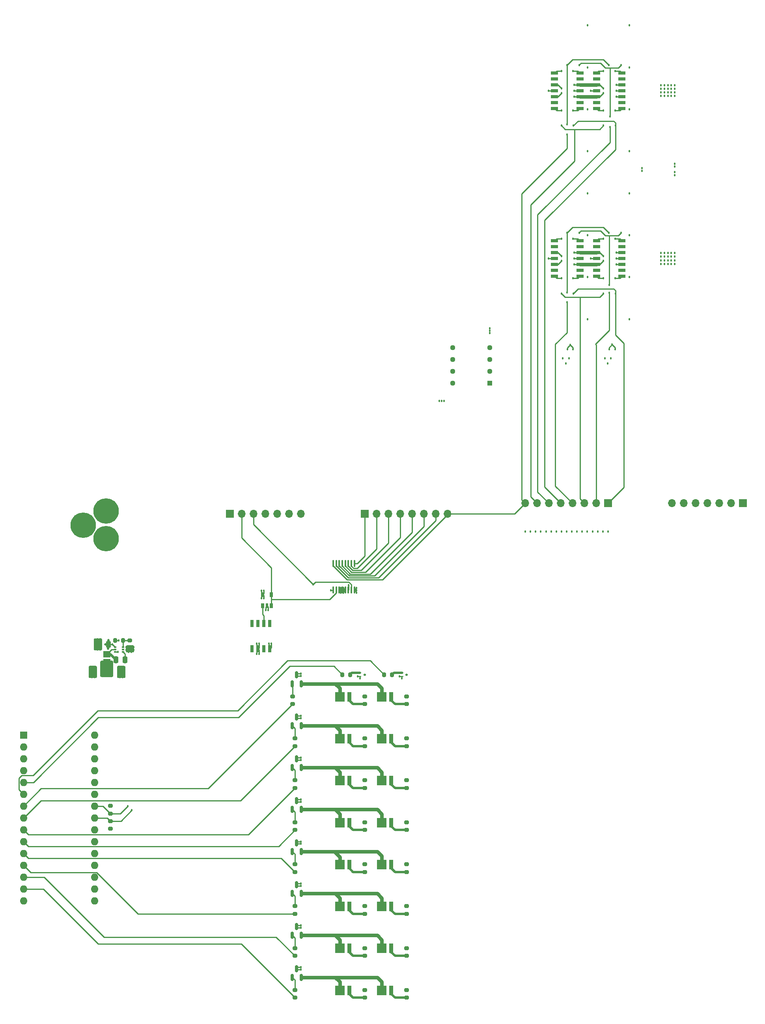
<source format=gtl>
%TF.GenerationSoftware,KiCad,Pcbnew,(6.0.5)*%
%TF.CreationDate,2022-07-12T00:37:25-04:00*%
%TF.ProjectId,grouped,67726f75-7065-4642-9e6b-696361645f70,rev?*%
%TF.SameCoordinates,Original*%
%TF.FileFunction,Copper,L1,Top*%
%TF.FilePolarity,Positive*%
%FSLAX46Y46*%
G04 Gerber Fmt 4.6, Leading zero omitted, Abs format (unit mm)*
G04 Created by KiCad (PCBNEW (6.0.5)) date 2022-07-12 00:37:25*
%MOMM*%
%LPD*%
G01*
G04 APERTURE LIST*
G04 Aperture macros list*
%AMRoundRect*
0 Rectangle with rounded corners*
0 $1 Rounding radius*
0 $2 $3 $4 $5 $6 $7 $8 $9 X,Y pos of 4 corners*
0 Add a 4 corners polygon primitive as box body*
4,1,4,$2,$3,$4,$5,$6,$7,$8,$9,$2,$3,0*
0 Add four circle primitives for the rounded corners*
1,1,$1+$1,$2,$3*
1,1,$1+$1,$4,$5*
1,1,$1+$1,$6,$7*
1,1,$1+$1,$8,$9*
0 Add four rect primitives between the rounded corners*
20,1,$1+$1,$2,$3,$4,$5,0*
20,1,$1+$1,$4,$5,$6,$7,0*
20,1,$1+$1,$6,$7,$8,$9,0*
20,1,$1+$1,$8,$9,$2,$3,0*%
G04 Aperture macros list end*
%TA.AperFunction,SMDPad,CuDef*%
%ADD10RoundRect,0.200000X0.275000X-0.200000X0.275000X0.200000X-0.275000X0.200000X-0.275000X-0.200000X0*%
%TD*%
%TA.AperFunction,SMDPad,CuDef*%
%ADD11RoundRect,0.250000X-0.250000X-0.475000X0.250000X-0.475000X0.250000X0.475000X-0.250000X0.475000X0*%
%TD*%
%TA.AperFunction,ComponentPad*%
%ADD12R,1.700000X1.700000*%
%TD*%
%TA.AperFunction,ComponentPad*%
%ADD13O,1.700000X1.700000*%
%TD*%
%TA.AperFunction,SMDPad,CuDef*%
%ADD14R,2.120000X2.100000*%
%TD*%
%TA.AperFunction,SMDPad,CuDef*%
%ADD15R,0.920000X2.100000*%
%TD*%
%TA.AperFunction,SMDPad,CuDef*%
%ADD16RoundRect,0.200000X-0.275000X0.200000X-0.275000X-0.200000X0.275000X-0.200000X0.275000X0.200000X0*%
%TD*%
%TA.AperFunction,SMDPad,CuDef*%
%ADD17RoundRect,0.250000X0.250000X0.475000X-0.250000X0.475000X-0.250000X-0.475000X0.250000X-0.475000X0*%
%TD*%
%TA.AperFunction,SMDPad,CuDef*%
%ADD18R,1.525000X0.700000*%
%TD*%
%TA.AperFunction,SMDPad,CuDef*%
%ADD19RoundRect,0.100000X-0.100000X0.637500X-0.100000X-0.637500X0.100000X-0.637500X0.100000X0.637500X0*%
%TD*%
%TA.AperFunction,SMDPad,CuDef*%
%ADD20R,0.520000X0.270000*%
%TD*%
%TA.AperFunction,SMDPad,CuDef*%
%ADD21R,0.520000X0.360000*%
%TD*%
%TA.AperFunction,SMDPad,CuDef*%
%ADD22RoundRect,0.150000X0.150000X-0.587500X0.150000X0.587500X-0.150000X0.587500X-0.150000X-0.587500X0*%
%TD*%
%TA.AperFunction,SMDPad,CuDef*%
%ADD23R,1.650000X1.450000*%
%TD*%
%TA.AperFunction,SMDPad,CuDef*%
%ADD24R,0.800000X1.000000*%
%TD*%
%TA.AperFunction,SMDPad,CuDef*%
%ADD25R,0.600000X1.000000*%
%TD*%
%TA.AperFunction,SMDPad,CuDef*%
%ADD26RoundRect,0.200000X0.200000X0.275000X-0.200000X0.275000X-0.200000X-0.275000X0.200000X-0.275000X0*%
%TD*%
%TA.AperFunction,ComponentPad*%
%ADD27R,1.600000X1.600000*%
%TD*%
%TA.AperFunction,ComponentPad*%
%ADD28O,1.600000X1.600000*%
%TD*%
%TA.AperFunction,SMDPad,CuDef*%
%ADD29R,0.492000X0.300000*%
%TD*%
%TA.AperFunction,ComponentPad*%
%ADD30R,1.130000X1.130000*%
%TD*%
%TA.AperFunction,ComponentPad*%
%ADD31C,1.130000*%
%TD*%
%TA.AperFunction,ComponentPad*%
%ADD32C,5.460000*%
%TD*%
%TA.AperFunction,SMDPad,CuDef*%
%ADD33R,0.650000X1.525000*%
%TD*%
%TA.AperFunction,ViaPad*%
%ADD34C,0.457200*%
%TD*%
%TA.AperFunction,ViaPad*%
%ADD35C,0.457000*%
%TD*%
%TA.AperFunction,Conductor*%
%ADD36C,0.254000*%
%TD*%
%TA.AperFunction,Conductor*%
%ADD37C,0.762000*%
%TD*%
%TA.AperFunction,Conductor*%
%ADD38C,0.508000*%
%TD*%
G04 APERTURE END LIST*
D10*
X204750000Y-234925000D03*
X204750000Y-233275000D03*
D11*
X198250000Y-234100000D03*
X200150000Y-234100000D03*
D12*
X255200000Y-206100000D03*
D13*
X257740000Y-206100000D03*
X260280000Y-206100000D03*
X262820000Y-206100000D03*
X265360000Y-206100000D03*
X267900000Y-206100000D03*
X270440000Y-206100000D03*
X272980000Y-206100000D03*
D14*
X258875000Y-272340000D03*
D15*
X260895000Y-272340000D03*
D14*
X258875000Y-263340000D03*
D15*
X260895000Y-263340000D03*
D16*
X255200000Y-299275000D03*
X255200000Y-300925000D03*
X240200000Y-263275000D03*
X240200000Y-264925000D03*
D11*
X201800000Y-237400000D03*
X203700000Y-237400000D03*
D16*
X264200000Y-299275000D03*
X264200000Y-300925000D03*
D17*
X202500000Y-240000000D03*
X200600000Y-240000000D03*
D16*
X255200000Y-290275000D03*
X255200000Y-291925000D03*
X264200000Y-272275000D03*
X264200000Y-273925000D03*
D18*
X310383751Y-119110000D03*
X310383751Y-117840000D03*
X310383751Y-116570000D03*
X310383751Y-115300000D03*
X310383751Y-114030000D03*
X310383751Y-112760000D03*
X310383751Y-111490000D03*
X304959751Y-111490000D03*
X304959751Y-112760000D03*
X304959751Y-114030000D03*
X304959751Y-115300000D03*
X304959751Y-116570000D03*
X304959751Y-117840000D03*
X304959751Y-119110000D03*
D16*
X240200000Y-299275000D03*
X240200000Y-300925000D03*
X264200000Y-290275000D03*
X264200000Y-291925000D03*
X264200000Y-245275000D03*
X264200000Y-246925000D03*
D14*
X249875000Y-272340000D03*
D15*
X251895000Y-272340000D03*
D14*
X249875000Y-299340000D03*
D15*
X251895000Y-299340000D03*
D19*
X252975000Y-216737500D03*
X252325000Y-216737500D03*
X251675000Y-216737500D03*
X251025000Y-216737500D03*
X250375000Y-216737500D03*
X249725000Y-216737500D03*
X249075000Y-216737500D03*
X248425000Y-216737500D03*
X248425000Y-222462500D03*
X249075000Y-222462500D03*
X249725000Y-222462500D03*
X250375000Y-222462500D03*
X251025000Y-222462500D03*
X251675000Y-222462500D03*
X252325000Y-222462500D03*
X252975000Y-222462500D03*
D14*
X249875000Y-308340000D03*
D15*
X251895000Y-308340000D03*
D20*
X254210000Y-240200000D03*
X254210000Y-241000000D03*
D21*
X255190000Y-240600000D03*
D22*
X239630000Y-251537500D03*
X241530000Y-251537500D03*
X240580000Y-249662500D03*
D23*
X199800000Y-236200000D03*
X199800000Y-237900000D03*
D24*
X233250000Y-225800000D03*
D25*
X234200000Y-225800000D03*
D24*
X235150000Y-225800000D03*
X235150000Y-223400000D03*
X233250000Y-223400000D03*
D16*
X255200000Y-272275000D03*
X255200000Y-273925000D03*
D12*
X307421751Y-203800000D03*
D13*
X304881751Y-203800000D03*
X302341751Y-203800000D03*
X299801751Y-203800000D03*
X297261751Y-203800000D03*
X294721751Y-203800000D03*
X292181751Y-203800000D03*
X289641751Y-203800000D03*
D16*
X240200000Y-290275000D03*
X240200000Y-291925000D03*
D14*
X249875000Y-263340000D03*
D15*
X251895000Y-263340000D03*
D22*
X239630000Y-287537500D03*
X241530000Y-287537500D03*
X240580000Y-285662500D03*
D16*
X240200000Y-254275000D03*
X240200000Y-255925000D03*
X240200000Y-281275000D03*
X240200000Y-282925000D03*
X200600000Y-272000000D03*
X200600000Y-273650000D03*
D18*
X301383751Y-119110000D03*
X301383751Y-117840000D03*
X301383751Y-116570000D03*
X301383751Y-115300000D03*
X301383751Y-114030000D03*
X301383751Y-112760000D03*
X301383751Y-111490000D03*
X295959751Y-111490000D03*
X295959751Y-112760000D03*
X295959751Y-114030000D03*
X295959751Y-115300000D03*
X295959751Y-116570000D03*
X295959751Y-117840000D03*
X295959751Y-119110000D03*
D22*
X239630000Y-260537500D03*
X241530000Y-260537500D03*
X240580000Y-258662500D03*
D26*
X261025000Y-240600000D03*
X259375000Y-240600000D03*
D22*
X239630000Y-269537500D03*
X241530000Y-269537500D03*
X240580000Y-267662500D03*
D14*
X249875000Y-281340000D03*
D15*
X251895000Y-281340000D03*
D10*
X200600000Y-270425000D03*
X200600000Y-268775000D03*
D22*
X239630000Y-305537500D03*
X241530000Y-305537500D03*
X240580000Y-303662500D03*
D26*
X252025000Y-240600000D03*
X250375000Y-240600000D03*
D12*
X336421751Y-203800000D03*
D13*
X333881751Y-203800000D03*
X331341751Y-203800000D03*
X328801751Y-203800000D03*
X326261751Y-203800000D03*
X323721751Y-203800000D03*
X321181751Y-203800000D03*
D16*
X240200000Y-272275000D03*
X240200000Y-273925000D03*
D14*
X258875000Y-254340000D03*
D15*
X260895000Y-254340000D03*
D18*
X310383751Y-155110000D03*
X310383751Y-153840000D03*
X310383751Y-152570000D03*
X310383751Y-151300000D03*
X310383751Y-150030000D03*
X310383751Y-148760000D03*
X310383751Y-147490000D03*
X304959751Y-147490000D03*
X304959751Y-148760000D03*
X304959751Y-150030000D03*
X304959751Y-151300000D03*
X304959751Y-152570000D03*
X304959751Y-153840000D03*
X304959751Y-155110000D03*
D14*
X249875000Y-254340000D03*
D15*
X251895000Y-254340000D03*
D14*
X258875000Y-281340000D03*
D15*
X260895000Y-281340000D03*
D20*
X263210000Y-240200000D03*
X263210000Y-241000000D03*
D21*
X264190000Y-240600000D03*
D11*
X197100000Y-240000000D03*
X199000000Y-240000000D03*
D16*
X255200000Y-263275000D03*
X255200000Y-264925000D03*
D14*
X258875000Y-290340000D03*
D15*
X260895000Y-290340000D03*
D14*
X258875000Y-245340000D03*
D15*
X260895000Y-245340000D03*
D16*
X255200000Y-254275000D03*
X255200000Y-255925000D03*
X264200000Y-281275000D03*
X264200000Y-282925000D03*
D14*
X249875000Y-290340000D03*
D15*
X251895000Y-290340000D03*
D16*
X264200000Y-263275000D03*
X264200000Y-264925000D03*
D27*
X181935028Y-253550000D03*
D28*
X181935028Y-256090000D03*
X181935028Y-258630000D03*
X181935028Y-261170000D03*
X181935028Y-263710000D03*
X181935028Y-266250000D03*
X181935028Y-268790000D03*
X181935028Y-271330000D03*
X181935028Y-273870000D03*
X181935028Y-276410000D03*
X181935028Y-278950000D03*
X181935028Y-281490000D03*
X181935028Y-284030000D03*
X181935028Y-286570000D03*
X181935028Y-289110000D03*
X197175028Y-289110000D03*
X197175028Y-286570000D03*
X197175028Y-284030000D03*
X197175028Y-281490000D03*
X197175028Y-278950000D03*
X197175028Y-276410000D03*
X197175028Y-273870000D03*
X197175028Y-271330000D03*
X197175028Y-268790000D03*
X197175028Y-266250000D03*
X197175028Y-263710000D03*
X197175028Y-261170000D03*
X197175028Y-258630000D03*
X197175028Y-256090000D03*
X197175028Y-253550000D03*
D14*
X258875000Y-308340000D03*
D15*
X260895000Y-308340000D03*
D16*
X255200000Y-281275000D03*
X255200000Y-282925000D03*
D26*
X203275000Y-233300000D03*
X201625000Y-233300000D03*
D29*
X201632000Y-234700000D03*
X201632000Y-235200000D03*
X201632000Y-235700000D03*
X203300000Y-235700000D03*
X203300000Y-235200000D03*
X203300000Y-234700000D03*
D16*
X255200000Y-245275000D03*
X255200000Y-246925000D03*
D12*
X226200000Y-206100000D03*
D13*
X228740000Y-206100000D03*
X231280000Y-206100000D03*
X233820000Y-206100000D03*
X236360000Y-206100000D03*
X238900000Y-206100000D03*
X241440000Y-206100000D03*
D30*
X282021751Y-178020000D03*
D31*
X282021751Y-175480000D03*
X282021751Y-172940000D03*
X282021751Y-170400000D03*
X274081751Y-170400000D03*
X274081751Y-172940000D03*
X274081751Y-175480000D03*
X274081751Y-178020000D03*
D22*
X239630000Y-242537500D03*
X241530000Y-242537500D03*
X240580000Y-240662500D03*
D32*
X199620000Y-211450000D03*
X194720000Y-208500000D03*
X199620000Y-205450000D03*
D16*
X240200000Y-308275000D03*
X240200000Y-309925000D03*
D14*
X249875000Y-245340000D03*
D15*
X251895000Y-245340000D03*
D16*
X255200000Y-308275000D03*
X255200000Y-309925000D03*
X264200000Y-254275000D03*
X264200000Y-255925000D03*
D22*
X239630000Y-296537500D03*
X241530000Y-296537500D03*
X240580000Y-294662500D03*
D18*
X301383751Y-155110000D03*
X301383751Y-153840000D03*
X301383751Y-152570000D03*
X301383751Y-151300000D03*
X301383751Y-150030000D03*
X301383751Y-148760000D03*
X301383751Y-147490000D03*
X295959751Y-147490000D03*
X295959751Y-148760000D03*
X295959751Y-150030000D03*
X295959751Y-151300000D03*
X295959751Y-152570000D03*
X295959751Y-153840000D03*
X295959751Y-155110000D03*
D33*
X230995000Y-235012000D03*
X232265000Y-235012000D03*
X233535000Y-235012000D03*
X234805000Y-235012000D03*
X234805000Y-229588000D03*
X233535000Y-229588000D03*
X232265000Y-229588000D03*
X230995000Y-229588000D03*
D22*
X239630000Y-278537500D03*
X241530000Y-278537500D03*
X240580000Y-276662500D03*
D16*
X239700000Y-245275000D03*
X239700000Y-246925000D03*
D14*
X258875000Y-299340000D03*
D15*
X260895000Y-299340000D03*
D16*
X264200000Y-308275000D03*
X264200000Y-309925000D03*
D34*
X197200000Y-238900000D03*
X204000000Y-234700000D03*
X205600000Y-235300000D03*
X234617500Y-233970500D03*
X197800000Y-235200000D03*
X203600000Y-239300000D03*
X203200000Y-241100000D03*
X196600000Y-241100000D03*
X197400000Y-233600000D03*
X234455000Y-226700000D03*
X197200000Y-241100000D03*
X233955000Y-226700000D03*
X202600000Y-241100000D03*
X250055000Y-222000000D03*
X196200000Y-240100000D03*
X196200000Y-239500000D03*
X203600000Y-239900000D03*
X250655000Y-222000000D03*
X197400000Y-234800000D03*
X203600000Y-240500000D03*
X202600000Y-238900000D03*
X262655000Y-241000000D03*
X247955000Y-222500000D03*
X198400000Y-235200000D03*
X250655000Y-222500000D03*
X196600000Y-238900000D03*
X250055000Y-222500000D03*
X263155000Y-241400000D03*
X204000000Y-235300000D03*
X205100000Y-235700000D03*
X250055000Y-223000000D03*
X197400000Y-234200000D03*
X254155000Y-241400000D03*
X203200000Y-238900000D03*
X253655000Y-241000000D03*
X197800000Y-233000000D03*
X202200000Y-235700000D03*
X196200000Y-240700000D03*
X250655000Y-223000000D03*
X204500000Y-235700000D03*
X205600000Y-234700000D03*
X235117500Y-233970500D03*
X198400000Y-233000000D03*
X244100000Y-221200000D03*
X205200000Y-269700000D03*
X204300000Y-268800000D03*
X251700000Y-221400000D03*
X241455000Y-294400000D03*
X241455000Y-240900000D03*
X199200000Y-239000000D03*
X241455000Y-249400000D03*
X200600000Y-273700000D03*
X202400000Y-233300000D03*
X253455000Y-222500000D03*
X241455000Y-276400000D03*
X241455000Y-303400000D03*
X253455000Y-222000000D03*
X199800000Y-239600000D03*
X241455000Y-267900000D03*
X241455000Y-303900000D03*
X253455000Y-223000000D03*
X241455000Y-258900000D03*
X241455000Y-240400000D03*
X241455000Y-285900000D03*
X241455000Y-285400000D03*
X199800000Y-239000000D03*
X241455000Y-249900000D03*
X241455000Y-267400000D03*
X198600000Y-239000000D03*
X200400000Y-239000000D03*
X199800000Y-240200000D03*
X201000000Y-239000000D03*
X241455000Y-294900000D03*
X241455000Y-276900000D03*
X200600000Y-268800000D03*
X241455000Y-258400000D03*
X255255000Y-245300000D03*
X255255000Y-290300000D03*
X255255000Y-281300000D03*
X255255000Y-263300000D03*
X255255000Y-272300000D03*
X255255000Y-299300000D03*
X255255000Y-254300000D03*
X255255000Y-308300000D03*
X255155000Y-240600000D03*
D35*
X308921751Y-170800000D03*
X308321751Y-169800000D03*
X307721751Y-170800000D03*
D34*
X309171751Y-115300000D03*
X309171751Y-151300000D03*
D35*
X299284251Y-169804627D03*
X299884251Y-170804627D03*
X298684251Y-170804627D03*
D34*
X300171751Y-151300000D03*
X300171751Y-115300000D03*
X264255000Y-263300000D03*
X264255000Y-299300000D03*
X264255000Y-254300000D03*
X264255000Y-245300000D03*
X264255000Y-272300000D03*
X264255000Y-308300000D03*
X264155000Y-240600000D03*
X264255000Y-290300000D03*
X264255000Y-281300000D03*
X200150000Y-233200000D03*
X233500000Y-222600000D03*
X232517500Y-233970500D03*
X233000000Y-224200000D03*
X201000000Y-234100000D03*
X232517500Y-236170500D03*
X233000000Y-222600000D03*
X200100000Y-235000000D03*
X232017500Y-236170500D03*
X232017500Y-233970500D03*
X199500000Y-234100000D03*
X233500000Y-224200000D03*
D35*
X300021751Y-158800000D03*
X309021751Y-158800000D03*
X307721751Y-158700000D03*
X310221751Y-145800000D03*
X307721751Y-157000000D03*
X301221751Y-145800000D03*
X297421751Y-158800000D03*
X306421751Y-158800000D03*
X298621751Y-160700000D03*
X307621751Y-145800000D03*
X298621751Y-158600000D03*
X298621751Y-145800000D03*
X300021751Y-122800000D03*
X309021751Y-122800000D03*
X301221751Y-109800000D03*
X307821751Y-120800000D03*
X307821751Y-123100000D03*
X310221751Y-109800000D03*
X297421751Y-122800000D03*
X306421751Y-122800000D03*
X298621751Y-124700000D03*
X298621751Y-109800000D03*
X298621751Y-122500000D03*
X307621751Y-109800000D03*
D34*
X312021751Y-110300000D03*
X321721751Y-131600000D03*
X299651751Y-209900000D03*
X303021751Y-128300000D03*
D35*
X271721751Y-181900000D03*
D34*
X290771751Y-209900000D03*
X300761751Y-209900000D03*
X303021751Y-164300000D03*
X312021751Y-101300000D03*
X303021751Y-155300000D03*
D35*
X281996751Y-167265000D03*
D34*
X303021751Y-119300000D03*
X312021751Y-137300000D03*
X296321751Y-209900000D03*
X291881751Y-209900000D03*
D35*
X272221751Y-181900000D03*
D34*
X303021751Y-146300000D03*
X303021751Y-137300000D03*
X297431751Y-209900000D03*
X314696751Y-132500000D03*
X298541751Y-209900000D03*
X304091751Y-209900000D03*
X306311751Y-209900000D03*
X312021751Y-119300000D03*
X303021751Y-101300000D03*
X294101751Y-209900000D03*
X312021751Y-128300000D03*
X302981751Y-209900000D03*
X303021751Y-110300000D03*
X301871751Y-209900000D03*
X312021751Y-164300000D03*
X312021751Y-155300000D03*
D35*
X281996751Y-166765000D03*
D34*
X289661751Y-209900000D03*
X321721751Y-131000000D03*
D35*
X271221751Y-181900000D03*
D34*
X314696751Y-131900000D03*
D35*
X281996751Y-166265000D03*
D34*
X295211751Y-209900000D03*
X307421751Y-209900000D03*
X305201751Y-209900000D03*
X292991751Y-209900000D03*
X312021751Y-146300000D03*
X306721751Y-172750000D03*
X321721751Y-132800000D03*
X308021751Y-172750000D03*
X297740501Y-172750000D03*
X321721751Y-133400000D03*
X298390501Y-173850000D03*
X307371751Y-173850000D03*
X299040501Y-172750000D03*
X320271751Y-114900000D03*
X321021751Y-115700000D03*
X306421751Y-150800000D03*
X306421751Y-115800000D03*
X320271751Y-150900000D03*
X321021751Y-116450000D03*
X318771751Y-116450000D03*
X300171751Y-116550000D03*
X320271751Y-115700000D03*
X300171751Y-152550000D03*
X297421751Y-151800000D03*
X321771751Y-115700000D03*
X320271751Y-152450000D03*
X320271751Y-116450000D03*
X318771751Y-114100000D03*
X321021751Y-151700000D03*
X320271751Y-114100000D03*
X309171751Y-116550000D03*
X321771751Y-114100000D03*
X309171751Y-152550000D03*
X309171751Y-114050000D03*
X319521751Y-116450000D03*
X321021751Y-150900000D03*
X321021751Y-152450000D03*
X319521751Y-115700000D03*
X318771751Y-114900000D03*
X321021751Y-150100000D03*
X318771751Y-115700000D03*
X309171751Y-150050000D03*
X321021751Y-114100000D03*
X319521751Y-114900000D03*
X318771751Y-152450000D03*
X321771751Y-152450000D03*
X300171751Y-114050000D03*
X319521751Y-150100000D03*
X321021751Y-114900000D03*
X318771751Y-150900000D03*
X297421751Y-150800000D03*
X319521751Y-151700000D03*
X321771751Y-150900000D03*
X320271751Y-151700000D03*
X318771751Y-150100000D03*
X319521751Y-152450000D03*
X306421751Y-151800000D03*
X321771751Y-114900000D03*
X297421751Y-114800000D03*
X319521751Y-114100000D03*
X297421751Y-115800000D03*
X321771751Y-150100000D03*
X320271751Y-150100000D03*
X318771751Y-151700000D03*
X306421751Y-114800000D03*
X319521751Y-150900000D03*
X300171751Y-150050000D03*
X321771751Y-116450000D03*
X321771751Y-151700000D03*
X304959751Y-153840000D03*
D35*
X309921751Y-117800000D03*
X310383751Y-112760000D03*
D34*
X304959751Y-117840000D03*
D35*
X301383751Y-148760000D03*
X301383751Y-112760000D03*
D34*
X295959751Y-117840000D03*
X295959751Y-112760000D03*
D35*
X300921751Y-117800000D03*
D34*
X295959751Y-148760000D03*
D35*
X300921751Y-153800000D03*
D34*
X295959751Y-153840000D03*
X304959751Y-112760000D03*
X304959751Y-148760000D03*
D35*
X310383751Y-148760000D03*
X309921751Y-153800000D03*
D34*
X299921751Y-155550000D03*
X299921751Y-147050000D03*
X297421751Y-147050000D03*
X297421751Y-155550000D03*
X299921751Y-119550000D03*
X299921751Y-111050000D03*
X297421751Y-111050000D03*
X297421751Y-119550000D03*
X308921751Y-155550000D03*
X308921751Y-147050000D03*
X306421751Y-147050000D03*
X306421751Y-155550000D03*
X308921751Y-119550000D03*
X308921751Y-111050000D03*
X306421751Y-111050000D03*
X306421751Y-119550000D03*
X303671751Y-151300000D03*
X294671751Y-151300000D03*
X303671751Y-115300000D03*
X294671751Y-115300000D03*
D36*
X287341751Y-206100000D02*
X289641751Y-203800000D01*
X272980000Y-206100000D02*
X287341751Y-206100000D01*
X249762500Y-222500000D02*
X249725000Y-222462500D01*
X263155000Y-241055000D02*
X263210000Y-241000000D01*
X250655000Y-222500000D02*
X250412500Y-222500000D01*
X234617500Y-234877500D02*
X234822500Y-235082500D01*
X254155000Y-241055000D02*
X254210000Y-241000000D01*
X250337500Y-222500000D02*
X250375000Y-222462500D01*
X250055000Y-222500000D02*
X250337500Y-222500000D01*
X250655000Y-222092500D02*
X251025000Y-222462500D01*
X202200000Y-235700000D02*
X201632000Y-235700000D01*
X250655000Y-223000000D02*
X250655000Y-222742500D01*
X248387500Y-222500000D02*
X248425000Y-222462500D01*
X235117500Y-234787500D02*
X234822500Y-235082500D01*
X254155000Y-241400000D02*
X254155000Y-241055000D01*
X247955000Y-222500000D02*
X248387500Y-222500000D01*
X250412500Y-222500000D02*
X250375000Y-222462500D01*
X250055000Y-222132500D02*
X249725000Y-222462500D01*
X250655000Y-222000000D02*
X250655000Y-222092500D01*
X234455000Y-226700000D02*
X234455000Y-226055000D01*
X233955000Y-226700000D02*
X233955000Y-226045000D01*
X250655000Y-222500000D02*
X250987500Y-222500000D01*
X234455000Y-226055000D02*
X234200000Y-225800000D01*
X250055000Y-222142500D02*
X250375000Y-222462500D01*
X235117500Y-233970500D02*
X235117500Y-234787500D01*
X250055000Y-223000000D02*
X250055000Y-222792500D01*
X233955000Y-226045000D02*
X234200000Y-225800000D01*
X250987500Y-222500000D02*
X251025000Y-222462500D01*
X262655000Y-241000000D02*
X263210000Y-241000000D01*
X250655000Y-222000000D02*
X250655000Y-222182500D01*
X234617500Y-233970500D02*
X234617500Y-234877500D01*
X263155000Y-241400000D02*
X263155000Y-241055000D01*
X253655000Y-241000000D02*
X254210000Y-241000000D01*
X250655000Y-223000000D02*
X250655000Y-222832500D01*
X250655000Y-222832500D02*
X251025000Y-222462500D01*
X250655000Y-222742500D02*
X250375000Y-222462500D01*
X250055000Y-222000000D02*
X250055000Y-222142500D01*
X250055000Y-222000000D02*
X250055000Y-222132500D01*
X250655000Y-222182500D02*
X250375000Y-222462500D01*
X250055000Y-222782500D02*
X250375000Y-222462500D01*
X250055000Y-222792500D02*
X249725000Y-222462500D01*
X250055000Y-222500000D02*
X249762500Y-222500000D01*
X250055000Y-223000000D02*
X250055000Y-222782500D01*
X248575000Y-238800000D02*
X250375000Y-240600000D01*
X228100000Y-249800000D02*
X239100000Y-238800000D01*
X181935028Y-263710000D02*
X184090000Y-263710000D01*
X184090000Y-263710000D02*
X198000000Y-249800000D01*
X239100000Y-238800000D02*
X248575000Y-238800000D01*
X198000000Y-249800000D02*
X228100000Y-249800000D01*
X181935028Y-268790000D02*
X185725028Y-265000000D01*
X221625000Y-265000000D02*
X239700000Y-246925000D01*
X185725028Y-265000000D02*
X221625000Y-265000000D01*
X181935028Y-271330000D02*
X185665028Y-267600000D01*
X185665028Y-267600000D02*
X228525000Y-267600000D01*
X228525000Y-267600000D02*
X240200000Y-255925000D01*
X230239589Y-274885411D02*
X240200000Y-264925000D01*
X181935028Y-273870000D02*
X182950439Y-274885411D01*
X182950439Y-274885411D02*
X230239589Y-274885411D01*
X182950439Y-277425411D02*
X236699589Y-277425411D01*
X236699589Y-277425411D02*
X240200000Y-273925000D01*
X181935028Y-276410000D02*
X182950439Y-277425411D01*
X181935028Y-278950000D02*
X182950439Y-279965411D01*
X237240411Y-279965411D02*
X240200000Y-282925000D01*
X182950439Y-279965411D02*
X237240411Y-279965411D01*
X183459617Y-283014589D02*
X197595626Y-283014589D01*
X181935028Y-281490000D02*
X183459617Y-283014589D01*
X206506037Y-291925000D02*
X240200000Y-291925000D01*
X197595626Y-283014589D02*
X206506037Y-291925000D01*
X181935028Y-284030000D02*
X186330000Y-284030000D01*
X186330000Y-284030000D02*
X199200000Y-296900000D01*
X236175000Y-296900000D02*
X240200000Y-300925000D01*
X199200000Y-296900000D02*
X236175000Y-296900000D01*
X186170000Y-286570000D02*
X198000000Y-298400000D01*
X228675000Y-298400000D02*
X240200000Y-309925000D01*
X181935028Y-286570000D02*
X186170000Y-286570000D01*
X198000000Y-298400000D02*
X228675000Y-298400000D01*
X251755000Y-220700000D02*
X252325000Y-221270000D01*
X231280000Y-208380000D02*
X231280000Y-206100000D01*
X244100000Y-221200000D02*
X231280000Y-208380000D01*
X197175028Y-271330000D02*
X199930000Y-271330000D01*
X244100000Y-221200000D02*
X244600000Y-220700000D01*
X202900000Y-272000000D02*
X200600000Y-272000000D01*
X199930000Y-271330000D02*
X200600000Y-272000000D01*
X252325000Y-221270000D02*
X252325000Y-222462500D01*
X205200000Y-269700000D02*
X202900000Y-272000000D01*
X244600000Y-220700000D02*
X251755000Y-220700000D01*
X251700000Y-222437500D02*
X251675000Y-222462500D01*
X251700000Y-221400000D02*
X251700000Y-222437500D01*
X197175028Y-268790000D02*
X198965000Y-268790000D01*
X200600000Y-270425000D02*
X202675000Y-270425000D01*
X202675000Y-270425000D02*
X204300000Y-268800000D01*
X198965000Y-268790000D02*
X200600000Y-270425000D01*
X253437500Y-222000000D02*
X252975000Y-222462500D01*
X253455000Y-222500000D02*
X253012500Y-222500000D01*
X253012500Y-222500000D02*
X252975000Y-222462500D01*
X241455000Y-276900000D02*
X240817500Y-276900000D01*
X253455000Y-223000000D02*
X253455000Y-222942500D01*
X241455000Y-294900000D02*
X240817500Y-294900000D01*
X241455000Y-258400000D02*
X240842500Y-258400000D01*
X241455000Y-240400000D02*
X240842500Y-240400000D01*
X241455000Y-240900000D02*
X240817500Y-240900000D01*
X241455000Y-249400000D02*
X240842500Y-249400000D01*
X241455000Y-303400000D02*
X240842500Y-303400000D01*
X241455000Y-267400000D02*
X240842500Y-267400000D01*
X240842500Y-294400000D02*
X240580000Y-294662500D01*
X241455000Y-285900000D02*
X240817500Y-285900000D01*
X240817500Y-240900000D02*
X240580000Y-240662500D01*
X240817500Y-267900000D02*
X240580000Y-267662500D01*
X241455000Y-267900000D02*
X240817500Y-267900000D01*
X240842500Y-276400000D02*
X240580000Y-276662500D01*
X240842500Y-303400000D02*
X240580000Y-303662500D01*
X241455000Y-294400000D02*
X240842500Y-294400000D01*
X240817500Y-294900000D02*
X240580000Y-294662500D01*
X241455000Y-249900000D02*
X240817500Y-249900000D01*
X240842500Y-285400000D02*
X240580000Y-285662500D01*
X240842500Y-258400000D02*
X240580000Y-258662500D01*
X240842500Y-249400000D02*
X240580000Y-249662500D01*
X240842500Y-267400000D02*
X240580000Y-267662500D01*
X240842500Y-240400000D02*
X240580000Y-240662500D01*
X240817500Y-285900000D02*
X240580000Y-285662500D01*
X253455000Y-222942500D02*
X252975000Y-222462500D01*
X240817500Y-258900000D02*
X240580000Y-258662500D01*
X202400000Y-233300000D02*
X201625000Y-233300000D01*
X241455000Y-303900000D02*
X240817500Y-303900000D01*
X240817500Y-249900000D02*
X240580000Y-249662500D01*
X253455000Y-222000000D02*
X253437500Y-222000000D01*
X241455000Y-258900000D02*
X240817500Y-258900000D01*
X241455000Y-285400000D02*
X240842500Y-285400000D01*
X241455000Y-276400000D02*
X240842500Y-276400000D01*
X240817500Y-276900000D02*
X240580000Y-276662500D01*
X240817500Y-303900000D02*
X240580000Y-303662500D01*
D37*
X241530000Y-242537500D02*
X248884500Y-242537500D01*
X249875000Y-243528000D02*
X249875000Y-245340000D01*
X258875000Y-243528000D02*
X258875000Y-245340000D01*
X248884500Y-242537500D02*
X249875000Y-243528000D01*
X257884500Y-242537500D02*
X258875000Y-243528000D01*
X248884500Y-242537500D02*
X257884500Y-242537500D01*
D38*
X251895000Y-245340000D02*
X251895000Y-246139822D01*
X252680178Y-246925000D02*
X255200000Y-246925000D01*
X251895000Y-246139822D02*
X252680178Y-246925000D01*
X251895000Y-255139822D02*
X252680178Y-255925000D01*
X251895000Y-254340000D02*
X251895000Y-255139822D01*
X252680178Y-255925000D02*
X255200000Y-255925000D01*
D37*
X248884500Y-251537500D02*
X249875000Y-252528000D01*
X258875000Y-252528000D02*
X258875000Y-254340000D01*
X249875000Y-252528000D02*
X249875000Y-254340000D01*
X257884500Y-251537500D02*
X258875000Y-252528000D01*
X241530000Y-251537500D02*
X248884500Y-251537500D01*
X248884500Y-251537500D02*
X257884500Y-251537500D01*
D38*
X251895000Y-263340000D02*
X251895000Y-264139822D01*
X252680178Y-264925000D02*
X255200000Y-264925000D01*
X251895000Y-264139822D02*
X252680178Y-264925000D01*
X252680178Y-273925000D02*
X255200000Y-273925000D01*
X251895000Y-272340000D02*
X251895000Y-273139822D01*
X251895000Y-273139822D02*
X252680178Y-273925000D01*
D37*
X257884500Y-260537500D02*
X258875000Y-261528000D01*
X241530000Y-260537500D02*
X248884500Y-260537500D01*
X258875000Y-261528000D02*
X258875000Y-263340000D01*
X248884500Y-260537500D02*
X249875000Y-261528000D01*
X249875000Y-261528000D02*
X249875000Y-263340000D01*
X248884500Y-260537500D02*
X257884500Y-260537500D01*
D38*
X251895000Y-281340000D02*
X251895000Y-282139822D01*
X251895000Y-282139822D02*
X252680178Y-282925000D01*
X252680178Y-282925000D02*
X255200000Y-282925000D01*
X251895000Y-290340000D02*
X251895000Y-291139822D01*
X252680178Y-291925000D02*
X255200000Y-291925000D01*
X251895000Y-291139822D02*
X252680178Y-291925000D01*
D37*
X248884500Y-269537500D02*
X249875000Y-270528000D01*
X249875000Y-270528000D02*
X249875000Y-272340000D01*
X241530000Y-269537500D02*
X248884500Y-269537500D01*
X257884500Y-269537500D02*
X258875000Y-270528000D01*
X258875000Y-270528000D02*
X258875000Y-272340000D01*
X248884500Y-269537500D02*
X257884500Y-269537500D01*
D38*
X252680178Y-300925000D02*
X255200000Y-300925000D01*
X251895000Y-300139822D02*
X252680178Y-300925000D01*
X251895000Y-299340000D02*
X251895000Y-300139822D01*
X251895000Y-309139822D02*
X252680178Y-309925000D01*
X252680178Y-309925000D02*
X255200000Y-309925000D01*
X251895000Y-308340000D02*
X251895000Y-309139822D01*
D37*
X248692500Y-278537500D02*
X249875000Y-279720000D01*
X258875000Y-279528000D02*
X258875000Y-281340000D01*
X249875000Y-279720000D02*
X249875000Y-281340000D01*
X257884500Y-278537500D02*
X258875000Y-279528000D01*
X248692500Y-278537500D02*
X257884500Y-278537500D01*
X241530000Y-278537500D02*
X248692500Y-278537500D01*
D38*
X260895000Y-245340000D02*
X260895000Y-246139822D01*
X260895000Y-246139822D02*
X261680178Y-246925000D01*
X261680178Y-246925000D02*
X264200000Y-246925000D01*
X260895000Y-254340000D02*
X260895000Y-255139822D01*
X260895000Y-255139822D02*
X261680178Y-255925000D01*
X261680178Y-255925000D02*
X264200000Y-255925000D01*
D37*
X248884500Y-287537500D02*
X257884500Y-287537500D01*
X249875000Y-288528000D02*
X249875000Y-290340000D01*
X258875000Y-288528000D02*
X258875000Y-290340000D01*
X248884500Y-287537500D02*
X249875000Y-288528000D01*
X241530000Y-287537500D02*
X248884500Y-287537500D01*
X257884500Y-287537500D02*
X258875000Y-288528000D01*
D38*
X261680178Y-264925000D02*
X264200000Y-264925000D01*
X260895000Y-264139822D02*
X261680178Y-264925000D01*
X260895000Y-263340000D02*
X260895000Y-264139822D01*
X260895000Y-272340000D02*
X260895000Y-273139822D01*
X260895000Y-273139822D02*
X261680178Y-273925000D01*
X261680178Y-273925000D02*
X264200000Y-273925000D01*
D37*
X257884500Y-296537500D02*
X258875000Y-297528000D01*
X248884500Y-296537500D02*
X257884500Y-296537500D01*
X248617500Y-296537500D02*
X248884500Y-296537500D01*
X258875000Y-297528000D02*
X258875000Y-299340000D01*
X249875000Y-297528000D02*
X249875000Y-299340000D01*
X241530000Y-296537500D02*
X248617500Y-296537500D01*
X248884500Y-296537500D02*
X249875000Y-297528000D01*
D38*
X260895000Y-282139822D02*
X261680178Y-282925000D01*
X260895000Y-281340000D02*
X260895000Y-282139822D01*
X261680178Y-282925000D02*
X264200000Y-282925000D01*
X260895000Y-290340000D02*
X260895000Y-291139822D01*
X261680178Y-291925000D02*
X264200000Y-291925000D01*
X260895000Y-291139822D02*
X261680178Y-291925000D01*
D37*
X241530000Y-305537500D02*
X248884500Y-305537500D01*
X248884500Y-305537500D02*
X249875000Y-306528000D01*
X249875000Y-306528000D02*
X249875000Y-308340000D01*
X248884500Y-305537500D02*
X257884500Y-305537500D01*
X257884500Y-305537500D02*
X258875000Y-306528000D01*
X258875000Y-306528000D02*
X258875000Y-308340000D01*
D38*
X261680178Y-300925000D02*
X264200000Y-300925000D01*
X260895000Y-299340000D02*
X260895000Y-300139822D01*
X260895000Y-300139822D02*
X261680178Y-300925000D01*
X260895000Y-309139822D02*
X261680178Y-309925000D01*
X260895000Y-308340000D02*
X260895000Y-309139822D01*
X261680178Y-309925000D02*
X264200000Y-309925000D01*
D36*
X240200000Y-254275000D02*
X240200000Y-252107500D01*
X240200000Y-252107500D02*
X239630000Y-251537500D01*
X240200000Y-270107500D02*
X239630000Y-269537500D01*
X240200000Y-272275000D02*
X240200000Y-270107500D01*
X240200000Y-297107500D02*
X239630000Y-296537500D01*
X240200000Y-299275000D02*
X240200000Y-297107500D01*
D38*
X252025000Y-240600000D02*
X252425000Y-240200000D01*
X252425000Y-240200000D02*
X254210000Y-240200000D01*
D36*
X310383751Y-151300000D02*
X309171751Y-151300000D01*
X308921751Y-170400000D02*
X308321751Y-169800000D01*
X307721751Y-170400000D02*
X308321751Y-169800000D01*
X310383751Y-115300000D02*
X309171751Y-115300000D01*
X307721751Y-170800000D02*
X307721751Y-170400000D01*
X308921751Y-170800000D02*
X308921751Y-170400000D01*
X301383751Y-151300000D02*
X300171751Y-151300000D01*
X299884251Y-170804627D02*
X299884251Y-170404627D01*
X298684251Y-170804627D02*
X298684251Y-170404627D01*
X299884251Y-170404627D02*
X299284251Y-169804627D01*
X301383751Y-115300000D02*
X300171751Y-115300000D01*
X298684251Y-170404627D02*
X299284251Y-169804627D01*
X253617500Y-216737500D02*
X255200000Y-215155000D01*
X252975000Y-216737500D02*
X253617500Y-216737500D01*
X255200000Y-215155000D02*
X255200000Y-206100000D01*
X252325000Y-216737500D02*
X252325000Y-217325000D01*
X253600000Y-217800000D02*
X257740000Y-213660000D01*
X252800000Y-217800000D02*
X253600000Y-217800000D01*
X257740000Y-213660000D02*
X257740000Y-206100000D01*
X252325000Y-217325000D02*
X252800000Y-217800000D01*
X251675000Y-216737500D02*
X251675000Y-217271071D01*
X251675000Y-217271071D02*
X252603929Y-218200000D01*
X254455000Y-218200000D02*
X260280000Y-212375000D01*
X260280000Y-212375000D02*
X260280000Y-206100000D01*
X252603929Y-218200000D02*
X254455000Y-218200000D01*
X262820000Y-211180000D02*
X262820000Y-206100000D01*
X251025000Y-216737500D02*
X251025000Y-217271071D01*
X255400000Y-218600000D02*
X262820000Y-211180000D01*
X252353929Y-218600000D02*
X255400000Y-218600000D01*
X251025000Y-217271071D02*
X252353929Y-218600000D01*
X250375000Y-217271071D02*
X252103929Y-219000000D01*
X252103929Y-219000000D02*
X256400000Y-219000000D01*
X250375000Y-216737500D02*
X250375000Y-217271071D01*
X256400000Y-219000000D02*
X265360000Y-210040000D01*
X265360000Y-210040000D02*
X265360000Y-206100000D01*
X249725000Y-216737500D02*
X249725000Y-217271071D01*
X257300000Y-219400000D02*
X267900000Y-208800000D01*
X251853929Y-219400000D02*
X257300000Y-219400000D01*
X267900000Y-208800000D02*
X267900000Y-206100000D01*
X249725000Y-217271071D02*
X251853929Y-219400000D01*
X270440000Y-207560000D02*
X270440000Y-206100000D01*
X258200000Y-219800000D02*
X270440000Y-207560000D01*
X249075000Y-216737500D02*
X249075000Y-217271071D01*
X249075000Y-217271071D02*
X251603929Y-219800000D01*
X251603929Y-219800000D02*
X258200000Y-219800000D01*
X272980000Y-206220000D02*
X272980000Y-206100000D01*
X251353929Y-220200000D02*
X259000000Y-220200000D01*
X259000000Y-220200000D02*
X272980000Y-206220000D01*
X248425000Y-217271071D02*
X251353929Y-220200000D01*
X248425000Y-216737500D02*
X248425000Y-217271071D01*
X197900000Y-248300000D02*
X227900000Y-248300000D01*
X227900000Y-248300000D02*
X238600000Y-237600000D01*
X238600000Y-237600000D02*
X256375000Y-237600000D01*
X180919617Y-262780383D02*
X181500000Y-262200000D01*
X180919617Y-265234589D02*
X180919617Y-262780383D01*
X181935028Y-266250000D02*
X180919617Y-265234589D01*
X184000000Y-262200000D02*
X197900000Y-248300000D01*
X256375000Y-237600000D02*
X259375000Y-240600000D01*
X181500000Y-262200000D02*
X184000000Y-262200000D01*
X200800000Y-235200000D02*
X201632000Y-235200000D01*
D38*
X199800000Y-236200000D02*
X200600000Y-236200000D01*
X200600000Y-236200000D02*
X201800000Y-237400000D01*
D36*
X199800000Y-236200000D02*
X200800000Y-235200000D01*
X203700000Y-237400000D02*
X203700000Y-236100000D01*
X203700000Y-236100000D02*
X203300000Y-235700000D01*
X232017500Y-236170500D02*
X232017500Y-235347500D01*
X233500000Y-224200000D02*
X233500000Y-223650000D01*
X232017500Y-233970500D02*
X232017500Y-234817500D01*
D38*
X200100000Y-234150000D02*
X200150000Y-234100000D01*
D36*
X200150000Y-234100000D02*
X201032000Y-234100000D01*
X232017500Y-234817500D02*
X232282500Y-235082500D01*
X233500000Y-222600000D02*
X233500000Y-223150000D01*
X233000000Y-223650000D02*
X233250000Y-223400000D01*
X232517500Y-236170500D02*
X232517500Y-235317500D01*
X233000000Y-224200000D02*
X233000000Y-223650000D01*
X201032000Y-234100000D02*
X201632000Y-234700000D01*
X233000000Y-222600000D02*
X233000000Y-223150000D01*
D38*
X199500000Y-234100000D02*
X200150000Y-234100000D01*
D36*
X233000000Y-223150000D02*
X233250000Y-223400000D01*
X232517500Y-233970500D02*
X232517500Y-234847500D01*
X232517500Y-235317500D02*
X232282500Y-235082500D01*
X233500000Y-223650000D02*
X233250000Y-223400000D01*
X233500000Y-223150000D02*
X233250000Y-223400000D01*
X232017500Y-235347500D02*
X232282500Y-235082500D01*
D38*
X200150000Y-233200000D02*
X200150000Y-234100000D01*
D36*
X232517500Y-234847500D02*
X232282500Y-235082500D01*
D38*
X200100000Y-235000000D02*
X200100000Y-234150000D01*
D36*
X203275000Y-234675000D02*
X203300000Y-234700000D01*
X203275000Y-233300000D02*
X203275000Y-234675000D01*
X203275000Y-233300000D02*
X204725000Y-233300000D01*
X204725000Y-233300000D02*
X204750000Y-233275000D01*
X249075000Y-222996071D02*
X247621071Y-224450000D01*
X247621071Y-224450000D02*
X235150000Y-224450000D01*
X235150000Y-224450000D02*
X235150000Y-223400000D01*
X235150000Y-225800000D02*
X235150000Y-224450000D01*
X249075000Y-222462500D02*
X249075000Y-222996071D01*
X235150000Y-217650000D02*
X228740000Y-211240000D01*
X235150000Y-223400000D02*
X235150000Y-217650000D01*
X228740000Y-211240000D02*
X228740000Y-206100000D01*
X309021751Y-158800000D02*
X309021751Y-158200000D01*
X308621751Y-157800000D02*
X301021751Y-157800000D01*
X301021751Y-157800000D02*
X300021751Y-158800000D01*
X310821751Y-200400000D02*
X307421751Y-203800000D01*
X309021751Y-158800000D02*
X309021751Y-167700000D01*
X310821751Y-169500000D02*
X310821751Y-200400000D01*
X309021751Y-158200000D02*
X308621751Y-157800000D01*
X309021751Y-167700000D02*
X310821751Y-169500000D01*
X309621751Y-146400000D02*
X310221751Y-145800000D01*
X307721751Y-146400000D02*
X309621751Y-146400000D01*
X304881751Y-169860000D02*
X304881751Y-203800000D01*
X307721751Y-146400000D02*
X307721751Y-157000000D01*
X304721751Y-169700000D02*
X304881751Y-169860000D01*
X301621751Y-145400000D02*
X305821751Y-145400000D01*
X305821751Y-145400000D02*
X306821751Y-146400000D01*
X306821751Y-146400000D02*
X307721751Y-146400000D01*
X307721751Y-158700000D02*
X307721751Y-166700000D01*
X301221751Y-145800000D02*
X301621751Y-145400000D01*
X307721751Y-166700000D02*
X304721751Y-169700000D01*
X301421751Y-202880000D02*
X302341751Y-203800000D01*
X301421751Y-159600000D02*
X301421751Y-202880000D01*
X305621751Y-159600000D02*
X301421751Y-159600000D01*
X298221751Y-159600000D02*
X297421751Y-158800000D01*
X301421751Y-159600000D02*
X298221751Y-159600000D01*
X306421751Y-158800000D02*
X305621751Y-159600000D01*
X299821751Y-144600000D02*
X298621751Y-145800000D01*
X307621751Y-145800000D02*
X306421751Y-144600000D01*
X298621751Y-160700000D02*
X298621751Y-167200000D01*
X298621751Y-167200000D02*
X296121751Y-169700000D01*
X296121751Y-200120000D02*
X299801751Y-203800000D01*
X298621751Y-145800000D02*
X298621751Y-158600000D01*
X306421751Y-144600000D02*
X299821751Y-144600000D01*
X296121751Y-169700000D02*
X296121751Y-200120000D01*
X293821751Y-143100000D02*
X293821751Y-200360000D01*
X309021751Y-127900000D02*
X293821751Y-143100000D01*
X301021751Y-121800000D02*
X300021751Y-122800000D01*
X308621751Y-121800000D02*
X301021751Y-121800000D01*
X309021751Y-122800000D02*
X309021751Y-127900000D01*
X309021751Y-122800000D02*
X309021751Y-122200000D01*
X309021751Y-122200000D02*
X308621751Y-121800000D01*
X293821751Y-200360000D02*
X297261751Y-203800000D01*
X307821751Y-123100000D02*
X307821751Y-126400000D01*
X309621751Y-110400000D02*
X310221751Y-109800000D01*
X305821751Y-109400000D02*
X306821751Y-110400000D01*
X292321751Y-141900000D02*
X292321751Y-201400000D01*
X307821751Y-126400000D02*
X292321751Y-141900000D01*
X307821751Y-110400000D02*
X307821751Y-120800000D01*
X306821751Y-110400000D02*
X307821751Y-110400000D01*
X307821751Y-110400000D02*
X309621751Y-110400000D01*
X301621751Y-109400000D02*
X305821751Y-109400000D01*
X301221751Y-109800000D02*
X301621751Y-109400000D01*
X292321751Y-201400000D02*
X294721751Y-203800000D01*
X298221751Y-123600000D02*
X297421751Y-122800000D01*
X300221751Y-130400000D02*
X290821751Y-139800000D01*
X300221751Y-123600000D02*
X300221751Y-130400000D01*
X300221751Y-123600000D02*
X298221751Y-123600000D01*
X305621751Y-123600000D02*
X300221751Y-123600000D01*
X306421751Y-122800000D02*
X305621751Y-123600000D01*
X290821751Y-139800000D02*
X290821751Y-202440000D01*
X290821751Y-202440000D02*
X292181751Y-203800000D01*
X298621751Y-124700000D02*
X298621751Y-127700000D01*
X299821751Y-108600000D02*
X298621751Y-109800000D01*
X298621751Y-127700000D02*
X288921751Y-137400000D01*
X307621751Y-109800000D02*
X306421751Y-108600000D01*
X306421751Y-108600000D02*
X299821751Y-108600000D01*
X288921751Y-137400000D02*
X288921751Y-203080000D01*
X298621751Y-109800000D02*
X298621751Y-122500000D01*
X288921751Y-203080000D02*
X289641751Y-203800000D01*
X305651751Y-116570000D02*
X306421751Y-115800000D01*
X301383751Y-152570000D02*
X300191751Y-152570000D01*
D37*
X304959751Y-152570000D02*
X301383751Y-152570000D01*
D36*
X305651751Y-152570000D02*
X306421751Y-151800000D01*
X301383751Y-116570000D02*
X300191751Y-116570000D01*
X310383751Y-150030000D02*
X309191751Y-150030000D01*
X304959751Y-150030000D02*
X305651751Y-150030000D01*
X305651751Y-150030000D02*
X306421751Y-150800000D01*
D37*
X304959751Y-114030000D02*
X301383751Y-114030000D01*
D36*
X296651751Y-150030000D02*
X297421751Y-150800000D01*
D37*
X304959751Y-116570000D02*
X301383751Y-116570000D01*
D36*
X301383751Y-150030000D02*
X300191751Y-150030000D01*
X309191751Y-152570000D02*
X309171751Y-152550000D01*
X310383751Y-152570000D02*
X309191751Y-152570000D01*
X304959751Y-152570000D02*
X305651751Y-152570000D01*
X301383751Y-114030000D02*
X300191751Y-114030000D01*
X310383751Y-114030000D02*
X309191751Y-114030000D01*
X305651751Y-114030000D02*
X306421751Y-114800000D01*
D37*
X304959751Y-150030000D02*
X301383751Y-150030000D01*
D36*
X296651751Y-116570000D02*
X297421751Y-115800000D01*
X310383751Y-116570000D02*
X309191751Y-116570000D01*
X296651751Y-114030000D02*
X297421751Y-114800000D01*
X309191751Y-150030000D02*
X309171751Y-150050000D01*
X296651751Y-152570000D02*
X297421751Y-151800000D01*
X233535000Y-227935000D02*
X233535000Y-229588000D01*
X233250000Y-227650000D02*
X233535000Y-227935000D01*
X233250000Y-225800000D02*
X233250000Y-227650000D01*
X240200000Y-306107500D02*
X239630000Y-305537500D01*
X240200000Y-308275000D02*
X240200000Y-306107500D01*
X240200000Y-290275000D02*
X240200000Y-288107500D01*
X240200000Y-288107500D02*
X239630000Y-287537500D01*
X240200000Y-279107500D02*
X239630000Y-278537500D01*
X240200000Y-281275000D02*
X240200000Y-279107500D01*
X240200000Y-261107500D02*
X239630000Y-260537500D01*
X240200000Y-263275000D02*
X240200000Y-261107500D01*
D38*
X261425000Y-240200000D02*
X263210000Y-240200000D01*
X261025000Y-240600000D02*
X261425000Y-240200000D01*
D36*
X239700000Y-245275000D02*
X239700000Y-242607500D01*
X239700000Y-242607500D02*
X239630000Y-242537500D01*
X300943751Y-155550000D02*
X301383751Y-155110000D01*
X299921751Y-155550000D02*
X300943751Y-155550000D01*
X299921751Y-147050000D02*
X300943751Y-147050000D01*
X300943751Y-147050000D02*
X301383751Y-147490000D01*
X296399751Y-147050000D02*
X295959751Y-147490000D01*
X297421751Y-147050000D02*
X296399751Y-147050000D01*
X296399751Y-155550000D02*
X295959751Y-155110000D01*
X297421751Y-155550000D02*
X296399751Y-155550000D01*
X299921751Y-119550000D02*
X300943751Y-119550000D01*
X300943751Y-119550000D02*
X301383751Y-119110000D01*
X299921751Y-111050000D02*
X300943751Y-111050000D01*
X300943751Y-111050000D02*
X301383751Y-111490000D01*
X296399751Y-111050000D02*
X295959751Y-111490000D01*
X297421751Y-111050000D02*
X296399751Y-111050000D01*
X297421751Y-119550000D02*
X296399751Y-119550000D01*
X296399751Y-119550000D02*
X295959751Y-119110000D01*
X309943751Y-155550000D02*
X310383751Y-155110000D01*
X308921751Y-155550000D02*
X309943751Y-155550000D01*
X309943751Y-147050000D02*
X310383751Y-147490000D01*
X308921751Y-147050000D02*
X309943751Y-147050000D01*
X306421751Y-147050000D02*
X305399751Y-147050000D01*
X305399751Y-147050000D02*
X304959751Y-147490000D01*
X305399751Y-155550000D02*
X304959751Y-155110000D01*
X306421751Y-155550000D02*
X305399751Y-155550000D01*
X309943751Y-119550000D02*
X310383751Y-119110000D01*
X308921751Y-119550000D02*
X309943751Y-119550000D01*
X308921751Y-111050000D02*
X309943751Y-111050000D01*
X309943751Y-111050000D02*
X310383751Y-111490000D01*
X305399751Y-111050000D02*
X304959751Y-111490000D01*
X306421751Y-111050000D02*
X305399751Y-111050000D01*
X306421751Y-119550000D02*
X305399751Y-119550000D01*
X305399751Y-119550000D02*
X304959751Y-119110000D01*
X304959751Y-151300000D02*
X303671751Y-151300000D01*
X304959751Y-115300000D02*
X303671751Y-115300000D01*
X295959751Y-151300000D02*
X294671751Y-151300000D01*
X295959751Y-115300000D02*
X294671751Y-115300000D01*
%TA.AperFunction,Conductor*%
G36*
X197412172Y-238702421D02*
G01*
X197490225Y-238717947D01*
X197535642Y-238736759D01*
X197591295Y-238773945D01*
X197626055Y-238808705D01*
X197663241Y-238864358D01*
X197682054Y-238909777D01*
X197697579Y-238987829D01*
X197700000Y-239012410D01*
X197700000Y-240987590D01*
X197697579Y-241012171D01*
X197682054Y-241090223D01*
X197663241Y-241135642D01*
X197626056Y-241191294D01*
X197591295Y-241226055D01*
X197535642Y-241263241D01*
X197490225Y-241282053D01*
X197421875Y-241295649D01*
X197412171Y-241297579D01*
X197387590Y-241300000D01*
X196212410Y-241300000D01*
X196187829Y-241297579D01*
X196178125Y-241295649D01*
X196109775Y-241282053D01*
X196064358Y-241263241D01*
X196008705Y-241226055D01*
X195973944Y-241191294D01*
X195936759Y-241135642D01*
X195917946Y-241090223D01*
X195902421Y-241012171D01*
X195900000Y-240987590D01*
X195900000Y-239012410D01*
X195902421Y-238987829D01*
X195917946Y-238909777D01*
X195936759Y-238864358D01*
X195973945Y-238808705D01*
X196008705Y-238773945D01*
X196064358Y-238736759D01*
X196109775Y-238717947D01*
X196187828Y-238702421D01*
X196212410Y-238700000D01*
X197387590Y-238700000D01*
X197412172Y-238702421D01*
G37*
%TD.AperFunction*%
%TA.AperFunction,Conductor*%
G36*
X198512172Y-232802421D02*
G01*
X198590225Y-232817947D01*
X198635642Y-232836759D01*
X198691295Y-232873945D01*
X198726055Y-232908705D01*
X198763241Y-232964358D01*
X198782054Y-233009777D01*
X198797579Y-233087829D01*
X198800000Y-233112410D01*
X198800000Y-235087590D01*
X198797579Y-235112171D01*
X198782054Y-235190223D01*
X198763241Y-235235642D01*
X198726056Y-235291294D01*
X198691295Y-235326055D01*
X198635642Y-235363241D01*
X198590225Y-235382053D01*
X198521876Y-235395649D01*
X198512171Y-235397579D01*
X198487590Y-235400000D01*
X197312410Y-235400000D01*
X197287829Y-235397579D01*
X197278124Y-235395649D01*
X197209775Y-235382053D01*
X197164358Y-235363241D01*
X197108705Y-235326055D01*
X197073944Y-235291294D01*
X197036759Y-235235642D01*
X197017946Y-235190223D01*
X197002421Y-235112171D01*
X197000000Y-235087590D01*
X197000000Y-233112410D01*
X197002421Y-233087829D01*
X197017946Y-233009777D01*
X197036759Y-232964358D01*
X197073945Y-232908705D01*
X197108705Y-232873945D01*
X197164358Y-232836759D01*
X197209775Y-232817947D01*
X197287828Y-232802421D01*
X197312410Y-232800000D01*
X198487590Y-232800000D01*
X198512172Y-232802421D01*
G37*
%TD.AperFunction*%
%TA.AperFunction,Conductor*%
G36*
X203512172Y-238702421D02*
G01*
X203590225Y-238717947D01*
X203635642Y-238736759D01*
X203691295Y-238773945D01*
X203726055Y-238808705D01*
X203763241Y-238864358D01*
X203782054Y-238909777D01*
X203797579Y-238987829D01*
X203800000Y-239012410D01*
X203800000Y-240987590D01*
X203797579Y-241012171D01*
X203782054Y-241090223D01*
X203763241Y-241135642D01*
X203726056Y-241191294D01*
X203691295Y-241226055D01*
X203635642Y-241263241D01*
X203590225Y-241282053D01*
X203521875Y-241295649D01*
X203512171Y-241297579D01*
X203487590Y-241300000D01*
X202312410Y-241300000D01*
X202287829Y-241297579D01*
X202278125Y-241295649D01*
X202209775Y-241282053D01*
X202164358Y-241263241D01*
X202108705Y-241226055D01*
X202073944Y-241191294D01*
X202036759Y-241135642D01*
X202017946Y-241090223D01*
X202002421Y-241012171D01*
X202000000Y-240987590D01*
X202000000Y-239012410D01*
X202002421Y-238987829D01*
X202017946Y-238909777D01*
X202036759Y-238864358D01*
X202073945Y-238808705D01*
X202108705Y-238773945D01*
X202164358Y-238736759D01*
X202209775Y-238717947D01*
X202287828Y-238702421D01*
X202312410Y-238700000D01*
X203487590Y-238700000D01*
X203512172Y-238702421D01*
G37*
%TD.AperFunction*%
%TA.AperFunction,Conductor*%
G36*
X200912172Y-237602421D02*
G01*
X200990225Y-237617947D01*
X201035642Y-237636759D01*
X201091295Y-237673945D01*
X201126055Y-237708705D01*
X201163241Y-237764358D01*
X201182054Y-237809778D01*
X201197273Y-237886293D01*
X201199357Y-237901658D01*
X201199500Y-237903608D01*
X201199500Y-237908218D01*
X201199833Y-237910480D01*
X201200000Y-237915046D01*
X201200000Y-240787590D01*
X201197579Y-240812171D01*
X201182054Y-240890223D01*
X201163241Y-240935642D01*
X201126056Y-240991294D01*
X201091295Y-241026055D01*
X201035642Y-241063241D01*
X200990225Y-241082053D01*
X200921876Y-241095649D01*
X200912171Y-241097579D01*
X200887590Y-241100000D01*
X198712410Y-241100000D01*
X198687829Y-241097579D01*
X198678124Y-241095649D01*
X198609775Y-241082053D01*
X198564358Y-241063241D01*
X198508705Y-241026055D01*
X198473944Y-240991294D01*
X198436759Y-240935642D01*
X198417946Y-240890223D01*
X198402421Y-240812171D01*
X198400000Y-240787590D01*
X198400000Y-237912410D01*
X198402421Y-237887829D01*
X198417946Y-237809777D01*
X198436759Y-237764358D01*
X198473945Y-237708705D01*
X198508705Y-237673945D01*
X198564358Y-237636759D01*
X198609775Y-237617947D01*
X198687828Y-237602421D01*
X198712410Y-237600000D01*
X200887590Y-237600000D01*
X200912172Y-237602421D01*
G37*
%TD.AperFunction*%
%TA.AperFunction,Conductor*%
G36*
X205412172Y-234302421D02*
G01*
X205490225Y-234317947D01*
X205535642Y-234336759D01*
X205591295Y-234373945D01*
X205626055Y-234408705D01*
X205663241Y-234464358D01*
X205682054Y-234509777D01*
X205697579Y-234587829D01*
X205700000Y-234612410D01*
X205700000Y-235487590D01*
X205697579Y-235512171D01*
X205682054Y-235590223D01*
X205663241Y-235635642D01*
X205626056Y-235691294D01*
X205591295Y-235726055D01*
X205535642Y-235763241D01*
X205490225Y-235782053D01*
X205421876Y-235795649D01*
X205412171Y-235797579D01*
X205387590Y-235800000D01*
X204212410Y-235800000D01*
X204187829Y-235797579D01*
X204178124Y-235795649D01*
X204109775Y-235782053D01*
X204064358Y-235763241D01*
X204008705Y-235726055D01*
X203973944Y-235691294D01*
X203936759Y-235635642D01*
X203917946Y-235590223D01*
X203902421Y-235512171D01*
X203900000Y-235487590D01*
X203900000Y-234612410D01*
X203902421Y-234587829D01*
X203917946Y-234509777D01*
X203936759Y-234464358D01*
X203973945Y-234408705D01*
X204008705Y-234373945D01*
X204064358Y-234336759D01*
X204109775Y-234317947D01*
X204187828Y-234302421D01*
X204212410Y-234300000D01*
X205387590Y-234300000D01*
X205412172Y-234302421D01*
G37*
%TD.AperFunction*%
M02*

</source>
